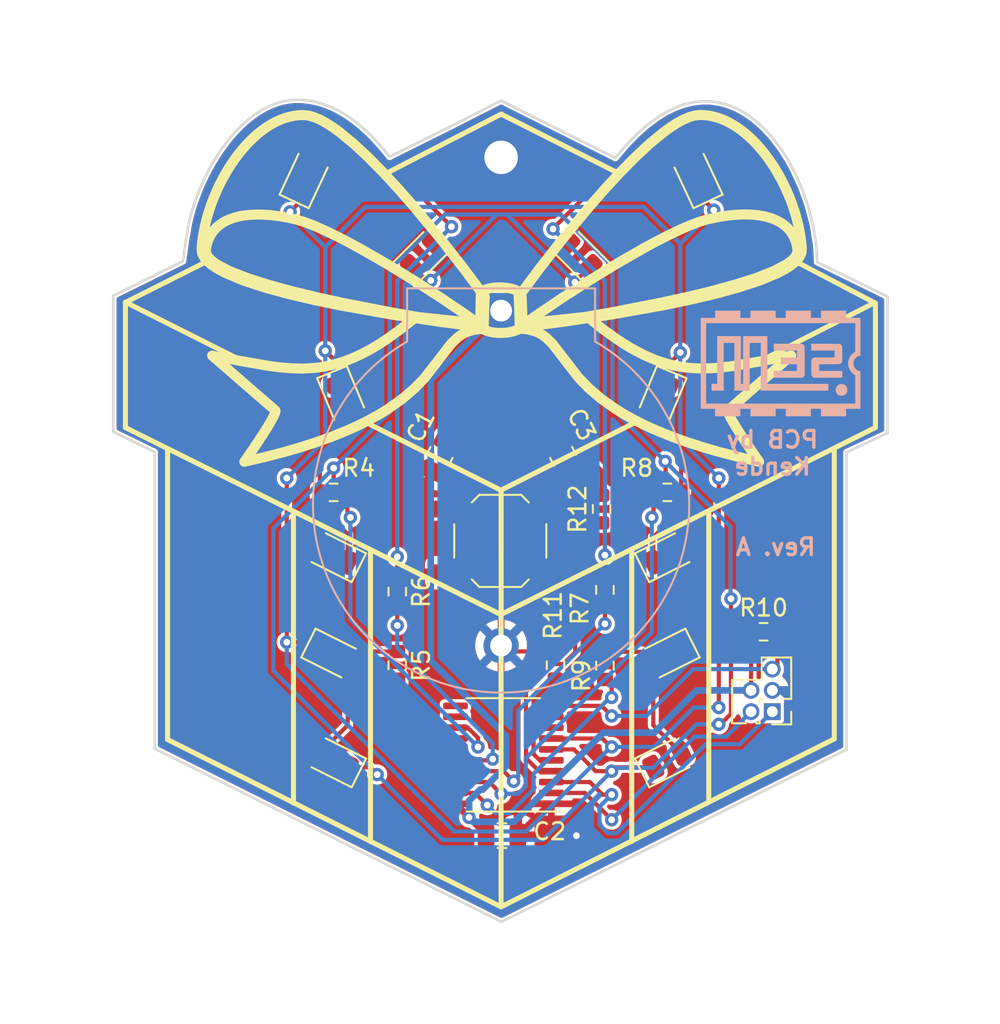
<source format=kicad_pcb>
(kicad_pcb (version 20240108) (generator "pcbnew") (generator_version "8.0")
  (layers (0 "F.Cu" signal) (31 "B.Cu" signal) (34 "B.Paste" user) (35 "F.Paste" user) (36 "B.SilkS" user "B.Silkscreen") (37 "F.SilkS" user "F.Silkscreen") (38 "B.Mask" user) (39 "F.Mask" user) (44 "Edge.Cuts" user))
  (net 0 "")
  (net 1 "VCC")
  (net 2 "GND")
  (net 3 "Net-(D2-A)")
  (net 4 "/MPX2")
  (net 5 "/MPX1")
  (net 6 "Net-(D4-A)")
  (net 7 "Net-(D6-A)")
  (net 8 "Net-(D8-A)")
  (net 9 "Net-(D10-A)")
  (net 10 "Net-(D12-A)")
  (net 11 "/SWC")
  (net 12 "/SWD")
  (net 13 "/nRST")
  (net 14 "/B")
  (net 15 "/R")
  (net 16 "/G")
  (net 17 "/L1")
  (net 18 "/L2")
  (net 19 "/L3")
  (net 20 "/L4")
  (net 21 "/L5")
  (net 22 "/L6")
  (net 23 "Net-(U1-PB6{slash}PF4-BOOT0)")
  (net 24 "Net-(SW1A-A)")
  (footprint "Capacitor_SMD:C_0805_2012Metric" (layer "F.Cu") (at 171.325133 65.849699 63.434)
    (property "Reference" "C1")
    (property "Value" "100nF")
  )
  (footprint "LED_SMD:LED_0805_2012Metric" (layer "F.Cu") (at 163.353795 49.099664 65)
    (property "Reference" "D6" (hide yes))
    (property "Value" "LED")
  )
  (footprint "kikit:Tab" (layer "F.Cu") (at 198.45 60.625 180)
    (property "Reference" "T1" (hide yes))
    (property "Value" "Tab")
  )
  (footprint "kikit:Tab" (layer "F.Cu") (at 172.025 93.4 90)
    (property "Reference" "T1" (hide yes))
    (property "Value" "Tab")
  )
  (footprint "LED_SMD:LED_0805_2012Metric" (layer "F.Cu") (at 165 77.75 -26.564)
    (property "Reference" "D4" (hide yes))
    (property "Value" "LED")
  )
  (footprint "Resistor_SMD:R_0603_1608Metric" (layer "F.Cu") (at 168.8 78.33043 -90)
    (property "Reference" "R5")
    (property "Value" "1k")
  )
  (footprint "LED_SMD:LED_0805_2012Metric" (layer "F.Cu") (at 179.662913 53.837087 135)
    (property "Reference" "D9" (hide yes))
    (property "Value" "LED")
  )
  (footprint "Capacitor_SMD:C_0805_2012Metric" (layer "F.Cu") (at 175.05 88.5)
    (property "Reference" "C2")
    (property "Value" "10uF")
  )
  (footprint "Button_Switch_SMD:SW_SPST_TL3342" (layer "F.Cu") (at 174.95 70.9)
    (property "Reference" "SW1" (hide yes))
    (property "Value" "SW_DPST_x2")
  )
  (footprint "LED_SMD:LED_0805_2012Metric" (layer "F.Cu") (at 184.925 71.75 26.564)
    (property "Reference" "D11" (hide yes))
    (property "Value" "LED")
  )
  (footprint "Resistor_SMD:R_0603_1608Metric" (layer "F.Cu") (at 178.25 78.325 -90)
    (property "Reference" "R11")
    (property "Value" "100k")
  )
  (footprint "LED_SMD:LED_0805_2012Metric" (layer "F.Cu") (at 165 84 153.436)
    (property "Reference" "D5" (hide yes))
    (property "Value" "LED")
  )
  (footprint "kikit:Tab" (layer "F.Cu") (at 172.025 44.95 -90)
    (property "Reference" "T1" (hide yes))
    (property "Value" "Tab")
  )
  (footprint "Resistor_SMD:R_0603_1608Metric" (layer "F.Cu") (at 181 69 90)
    (property "Reference" "R12")
    (property "Value" "100k")
  )
  (footprint "Resistor_SMD:R_0603_1608Metric" (layer "F.Cu") (at 168.800001 73.925 -90)
    (property "Reference" "R6")
    (property "Value" "1k")
  )
  (footprint "Resistor_SMD:R_0603_1608Metric" (layer "F.Cu") (at 190.675 76.325)
    (property "Reference" "R10")
    (property "Value" "100k")
  )
  (footprint "Resistor_SMD:R_0603_1608Metric" (layer "F.Cu") (at 184.925 68 180)
    (property "Reference" "R8")
    (property "Value" "1k")
  )
  (footprint "Resistor_SMD:R_0603_1608Metric" (layer "F.Cu") (at 181.2 78.35 -90)
    (property "Reference" "R9")
    (property "Value" "1k")
  )
  (footprint "LED_SMD:LED_0805_2012Metric" (layer "F.Cu") (at 165.544155 62.374702 -67.5)
    (property "Reference" "D2" (hide yes))
    (property "Value" "LED")
  )
  (footprint "LED_SMD:LED_0805_2012Metric" (layer "F.Cu") (at 184.925 84 26.566)
    (property "Reference" "D13" (hide yes))
    (property "Value" "LED")
  )
  (footprint "kikit:Tab" (layer "F.Cu") (at 151.425 60.625)
    (property "Reference" "T1" (hide yes))
    (property "Value" "Tab")
  )
  (footprint "Resistor_SMD:R_0603_1608Metric" (layer "F.Cu") (at 181.2 73.825801 -90)
    (property "Reference" "R7")
    (property "Value" "1k")
  )
  (footprint "karifa:TSSOP-20_4.4x6.5mm_P0.65mm" (layer "F.Cu") (at 175.1375 83.675)
    (property "Reference" "U1" (hide yes))
    (property "Value" "PY32F002AF15P6TU")
  )
  (footprint "LED_SMD:LED_0805_2012Metric" (layer "F.Cu") (at 165 71.75 153.434)
    (property "Reference" "D3" (hide yes))
    (property "Value" "LED")
  )
  (footprint "LED_SMD:LED_0805_2012Metric" (layer "F.Cu") (at 170.337087 53.837087 45)
    (property "Reference" "D7" (hide yes))
    (property "Value" "LED")
  )
  (footprint "Capacitor_SMD:C_0805_2012Metric" (layer "F.Cu") (at 178.7 65.85 -63.434)
    (property "Reference" "C3")
    (property "Value" "10uF")
  )
  (footprint "karifa:ProgConnector_5pin" (layer "F.Cu") (at 191.195 81.095 180)
    (property "Reference" "J1" (hide yes))
    (property "Value" "Conn_2Rows-05Pins")
  )
  (footprint "LED_SMD:LED_0805_2012Metric" (layer "F.Cu") (at 184.925 77.75 -153.434)
    (property "Reference" "D12" (hide yes))
    (property "Value" "LED")
  )
  (footprint "Resistor_SMD:R_0603_1608Metric" (layer "F.Cu") (at 165 68)
    (property "Reference" "R4")
    (property "Value" "1k")
  )
  (footprint "LED_SMD:LED_0805_2012Metric" (layer "F.Cu") (at 186.646205 49.099664 115)
    (property "Reference" "D8" (hide yes))
    (property "Value" "LED")
  )
  (footprint "LED_SMD:LED_0805_2012Metric" (layer "F.Cu") (at 184.544155 62.374702 -112.5)
    (property "Reference" "D10" (hide yes))
    (property "Value" "LED")
  )
  (footprint "karifa:CR2032_Holder" (layer "B.Cu") (at 175 57.15 -90)
    (property "Reference" "BT1" (hide yes))
    (property "Value" "Battery")
  )
  (gr_poly (pts (xy 192.98737 59.130241) (xy 193.034912 59.164348) (xy 193.039994 59.168024) (xy 193.045143 59.172053) (xy 193.050327 59.176399) (xy 193.055518 59.181029) (xy 193.060685 59.185908) (xy 193.065797 59.190999) (xy 193.070825 59.19627) (xy 193.075737 59.201684) (xy 193.080504 59.207207) (xy 193.085095 59.212804) (xy 193.089481 59.218441) (xy 193.09363 59.224082) (xy 193.097513 59.229693) (xy 193.101099 59.235239) (xy 193.104358 59.240685) (xy 193.107259 59.245996) (xy 193.114764 59.264251) (xy 193.120404 59.289905) (xy 193.124446 59.332783) (xy 193.127155 59.402705) (xy 193.129642 59.662977) (xy 193.129997 60.1493) (xy 193.129997 61.001961) (xy 193.103125 61.052604) (xy 193.099575 61.059061) (xy 193.095895 61.065261) (xy 193.092075 61.071212) (xy 193.088107 61.076925) (xy 193.083981 61.082407) (xy 193.079689 61.087668) (xy 193.075222 61.092717) (xy 193.070569 61.097563) (xy 193.065723 61.102215) (xy 193.060674 61.106683) (xy 193.055413 61.110975) (xy 193.049931 61.115101) (xy 193.044219 61.119069) (xy 193.038267 61.122888) (xy 193.032068 61.126569) (xy 193.025611 61.130119) (xy 192.976001 61.156991) (xy 191.279981 61.156991) (xy 191.279981 60.748747) (xy 192.66801 60.748747) (xy 192.66801 60.350838) (xy 191.696493 60.350838) (xy 191.696493 59.942594) (xy 192.66801 59.942594) (xy 192.66801 59.533318) (xy 191.279981 59.533318) (xy 191.279981 59.12404)) (fill solid) (layer "B.SilkS"))
  (gr_poly (pts (xy 194.376432 59.127141) (xy 195.231161 59.130241) (xy 195.278703 59.164348) (xy 195.283785 59.168024) (xy 195.288932 59.172053) (xy 195.294112 59.176399) (xy 195.299293 59.181029) (xy 195.304444 59.185908) (xy 195.309533 59.190999) (xy 195.314529 59.19627) (xy 195.319398 59.201684) (xy 195.324111 59.207207) (xy 195.328633 59.212804) (xy 195.332935 59.218441) (xy 195.336984 59.224082) (xy 195.340749 59.229693) (xy 195.344197 59.235239) (xy 195.347296 59.240685) (xy 195.350016 59.245996) (xy 195.357566 59.263235) (xy 195.363323 59.283333) (xy 195.36753 59.311181) (xy 195.370428 59.351675) (xy 195.372261 59.409706) (xy 195.373271 59.490168) (xy 195.373787 59.737956) (xy 195.373697 59.878766) (xy 195.373535 59.936554) (xy 195.373255 59.986778) (xy 195.372822 60.030074) (xy 195.372207 60.067078) (xy 195.371376 60.098426) (xy 195.370299 60.124754) (xy 195.368944 60.146697) (xy 195.368151 60.156224) (xy 195.367277 60.164892) (xy 195.366318 60.172783) (xy 195.365269 60.179974) (xy 195.364127 60.186547) (xy 195.362887 60.192579) (xy 195.361546 60.198152) (xy 195.360099 60.203344) (xy 195.358543 60.208234) (xy 195.356874 60.212903) (xy 195.353179 60.221893) (xy 195.348983 60.230949) (xy 195.346506 60.236053) (xy 195.343749 60.241262) (xy 195.340747 60.246535) (xy 195.337534 60.25183) (xy 195.334145 60.257107) (xy 195.330616 60.262324) (xy 195.32698 60.267442) (xy 195.323274 60.272419) (xy 195.319531 60.277215) (xy 195.315787 60.281788) (xy 195.312076 60.286097) (xy 195.308433 60.290103) (xy 195.304893 60.293763) (xy 195.301491 60.297037) (xy 195.298261 60.299884) (xy 195.295239 60.302263) (xy 195.270192 60.317703) (xy 195.25647 60.324016) (xy 195.240785 60.329474) (xy 195.222267 60.334138) (xy 195.200042 60.338071) (xy 195.140985 60.343991) (xy 195.05664 60.347732) (xy 194.940028 60.349789) (xy 194.582104 60.350838) (xy 193.997128 60.350838) (xy 193.997128 60.748747) (xy 195.373787 60.748747) (xy 195.373787 61.156991) (xy 193.677767 61.156991) (xy 193.624024 61.121851) (xy 193.616692 61.117208) (xy 193.609798 61.112565) (xy 193.603319 61.107898) (xy 193.597233 61.103183) (xy 193.591515 61.098394) (xy 193.586144 61.093509) (xy 193.581098 61.088503) (xy 193.576352 61.083352) (xy 193.571885 61.078031) (xy 193.567674 61.072516) (xy 193.563696 61.066783) (xy 193.559929 61.060808) (xy 193.556349 61.054566) (xy 193.552934 61.048034) (xy 193.549662 61.041187) (xy 193.546509 61.034001) (xy 193.539256 61.015127) (xy 193.533638 60.993467) (xy 193.52945 60.964492) (xy 193.526485 60.923672) (xy 193.524537 60.866476) (xy 193.5234 60.788376) (xy 193.522738 60.551343) (xy 193.522791 60.411998) (xy 193.522915 60.35513) (xy 193.523158 60.305912) (xy 193.523558 60.263683) (xy 193.524155 60.22778) (xy 193.524988 60.197539) (xy 193.525506 60.184334) (xy 193.526097 60.172296) (xy 193.526767 60.161343) (xy 193.527521 60.15139) (xy 193.528363 60.142356) (xy 193.529299 60.134157) (xy 193.530333 60.12671) (xy 193.53147 60.119933) (xy 193.532716 60.113743) (xy 193.534075 60.108056) (xy 193.535551 60.102791) (xy 193.537151 60.097863) (xy 193.538879 60.09319) (xy 193.54074 60.08869) (xy 193.542738 60.084279) (xy 193.54488 60.079874) (xy 193.54961 60.070753) (xy 193.552855 60.064394) (xy 193.556384 60.058112) (xy 193.560192 60.051908) (xy 193.564273 60.045786) (xy 193.56862 60.039749) (xy 193.573227 60.0338) (xy 193.578089 60.027941) (xy 193.583199 60.022177) (xy 193.588552 60.016509) (xy 193.59414 60.010941) (xy 193.599959 60.005476) (xy 193.606001 60.000117) (xy 193.612262 59.994867) (xy 193.618735 59.98973) (xy 193.625413 59.984707) (xy 193.632292 59.979802) (xy 193.687069 59.942594) (xy 194.910767 59.942594) (xy 194.910767 59.533318) (xy 193.522738 59.533318) (xy 193.522738 59.12404)) (fill solid) (layer "B.SilkS"))
  (gr_poly (pts (xy 195.335894 61.526568) (xy 195.348114 61.527297) (xy 195.360352 61.528415) (xy 195.372492 61.529909) (xy 195.384421 61.531764) (xy 195.396023 61.533967) (xy 195.407183 61.536506) (xy 195.417786 61.539365) (xy 195.427717 61.542531) (xy 195.43686 61.545991) (xy 195.445101 61.549731) (xy 195.448417 61.55145) (xy 195.451761 61.553113) (xy 195.455114 61.554712) (xy 195.458456 61.55624) (xy 195.461768 61.557689) (xy 195.465031 61.559052) (xy 195.468223 61.560321) (xy 195.471327 61.561488) (xy 195.474321 61.562547) (xy 195.477187 61.563489) (xy 195.479904 61.564306) (xy 195.482453 61.564992) (xy 195.484815 61.565539) (xy 195.486969 61.565939) (xy 195.488896 61.566185) (xy 195.490576 61.566268) (xy 195.491881 61.566399) (xy 195.493455 61.566785) (xy 195.495277 61.567413) (xy 195.497326 61.568271) (xy 195.499582 61.569347) (xy 195.502022 61.570628) (xy 195.504625 61.572104) (xy 195.507371 61.573761) (xy 195.510238 61.575588) (xy 195.513205 61.577572) (xy 195.516251 61.579702) (xy 195.519354 61.581965) (xy 195.522493 61.584349) (xy 195.525648 61.586842) (xy 195.528796 61.589432) (xy 195.531917 61.592107) (xy 195.552312 61.610938) (xy 195.570907 61.629152) (xy 195.587766 61.646881) (xy 195.602956 61.66426) (xy 195.616541 61.68142) (xy 195.628587 61.698495) (xy 195.639157 61.715619) (xy 195.648318 61.732925) (xy 195.656135 61.750545) (xy 195.662673 61.768614) (xy 195.667996 61.787264) (xy 195.67217 61.806628) (xy 195.67526 61.82684) (xy 195.677332 61.848034) (xy 195.678449 61.870342) (xy 195.678678 61.893897) (xy 195.677966 61.915461) (xy 195.676047 61.936533) (xy 195.672954 61.957091) (xy 195.668721 61.977108) (xy 195.663382 61.99656) (xy 195.656971 62.015424) (xy 195.649521 62.033673) (xy 195.641068 62.051284) (xy 195.631644 62.068231) (xy 195.621283 62.084491) (xy 195.61002 62.100039) (xy 195.597888 62.11485) (xy 195.584921 62.128899) (xy 195.571153 62.142162) (xy 195.556617 62.154614) (xy 195.541349 62.166232) (xy 195.525381 62.176989) (xy 195.508747 62.186861) (xy 195.491481 62.195825) (xy 195.473618 62.203854) (xy 195.455191 62.210926) (xy 195.436234 62.217014) (xy 195.41678 62.222095) (xy 195.396865 62.226144) (xy 195.376521 62.229136) (xy 195.355782 62.231046) (xy 195.334682 62.231851) (xy 195.313256 62.231525) (xy 195.291537 62.230044) (xy 195.269558 62.227384) (xy 195.247355 62.223519) (xy 195.22496 62.218425) (xy 195.212921 62.215268) (xy 195.201564 62.211973) (xy 195.190819 62.208496) (xy 195.180615 62.204795) (xy 195.170884 62.200827) (xy 195.161555 62.196551) (xy 195.15256 62.191923) (xy 195.143828 62.186902) (xy 195.135289 62.181445) (xy 195.126875 62.175509) (xy 195.118515 62.169052) (xy 195.110141 62.162033) (xy 195.101681 62.154407) (xy 195.093067 62.146134) (xy 195.084229 62.13717) (xy 195.075098 62.127474) (xy 195.05933 62.109436) (xy 195.044974 62.09062) (xy 195.032039 62.071075) (xy 195.020531 62.050848) (xy 195.010458 62.029984) (xy 195.001828 62.008532) (xy 194.994649 61.986537) (xy 194.988927 61.964047) (xy 194.984671 61.94111) (xy 194.981888 61.917771) (xy 194.980586 61.894078) (xy 194.980772 61.870077) (xy 194.982454 61.845816) (xy 194.985639 61.821342) (xy 194.990335 61.796701) (xy 194.996549 61.77194) (xy 195.003508 61.750978) (xy 195.012301 61.730393) (xy 195.022822 61.710275) (xy 195.034968 61.690712) (xy 195.048633 61.67179) (xy 195.063715 61.653597) (xy 195.080107 61.636223) (xy 195.097706 61.619753) (xy 195.116407 61.604277) (xy 195.136106 61.589882) (xy 195.156698 61.576655) (xy 195.178079 61.564686) (xy 195.200145 61.55406) (xy 195.22279 61.544867) (xy 195.24591 61.537194) (xy 195.269401 61.531128) (xy 195.279095 61.529236) (xy 195.289498 61.527816) (xy 195.300495 61.526852) (xy 195.311969 61.526332) (xy 195.323808 61.526242)) (fill solid) (layer "B.SilkS"))
  (gr_poly (pts (xy 189.325578 61.519759) (xy 189.452702 61.519759) (xy 189.452702 58.669287) (xy 190.898609 58.669287) (xy 190.898609 61.519759) (xy 194.540763 61.519759) (xy 194.540763 61.928003) (xy 190.504834 61.928003) (xy 190.504834 59.077531) (xy 189.845443 59.077531) (xy 189.845443 61.928003) (xy 188.932838 61.928003) (xy 188.932838 59.077531) (xy 188.296184 59.077531) (xy 188.296184 61.928003) (xy 187.567546 61.928003) (xy 187.567546 61.519759) (xy 187.903443 61.519759) (xy 187.903443 58.669287) (xy 189.325578 58.669287)) (fill solid) (layer "B.SilkS"))
  (gr_poly (pts (xy 189.290438 57.582016) (xy 189.891952 57.582016) (xy 189.891952 57.15) (xy 191.395736 57.15) (xy 191.395736 57.582016) (xy 191.99725 57.582016) (xy 191.99725 57.15) (xy 193.5 57.15) (xy 193.5 57.582016) (xy 194.101514 57.582016) (xy 194.101514 57.15) (xy 195.604265 57.15) (xy 195.604265 57.582016) (xy 196.460026 57.582016) (xy 196.460026 59.834074) (xy 196.388712 59.854745) (xy 196.369983 59.860236) (xy 196.352826 59.865534) (xy 196.337067 59.870739) (xy 196.322534 59.875948) (xy 196.309056 59.88126) (xy 196.296458 59.886774) (xy 196.284569 59.892587) (xy 196.273216 59.898799) (xy 196.262226 59.905507) (xy 196.251427 59.91281) (xy 196.240646 59.920807) (xy 196.229711 59.929595) (xy 196.218449 59.939273) (xy 196.206687 59.94994) (xy 196.194253 59.961695) (xy 196.180974 59.974634) (xy 196.173115 59.982286) (xy 196.165436 59.990119) (xy 196.157949 59.998118) (xy 196.150662 60.00627) (xy 196.143588 60.014561) (xy 196.136736 60.022978) (xy 196.130117 60.031507) (xy 196.123742 60.040134) (xy 196.117621 60.048846) (xy 196.111765 60.057629) (xy 196.106185 60.06647) (xy 196.100891 60.075355) (xy 196.095894 60.08427) (xy 196.091204 60.093201) (xy 196.086832 60.102136) (xy 196.082788 60.11106) (xy 196.073059 60.133269) (xy 196.06899 60.143303) (xy 196.065412 60.152886) (xy 196.062294 60.162214) (xy 196.059607 60.171485) (xy 196.057319 60.180895) (xy 196.0554 60.190642) (xy 196.05382 60.200921) (xy 196.05255 60.21193) (xy 196.051558 60.223865) (xy 196.050814 60.236924) (xy 196.04995 60.267199) (xy 196.049716 60.30433) (xy 196.049875 60.343172) (xy 196.050145 60.359536) (xy 196.050604 60.37419) (xy 196.051299 60.387378) (xy 196.052277 60.399346) (xy 196.053585 60.410339) (xy 196.055271 60.420602) (xy 196.05738 60.43038) (xy 196.05996 60.43992) (xy 196.063058 60.449465) (xy 196.06672 60.459262) (xy 196.070994 60.469555) (xy 196.075927 60.480591) (xy 196.087956 60.505868) (xy 196.09197 60.5139) (xy 196.096236 60.522065) (xy 196.100714 60.530303) (xy 196.105364 60.538553) (xy 196.115025 60.554847) (xy 196.124904 60.570463) (xy 196.129827 60.577866) (xy 196.134687 60.584917) (xy 196.139443 60.591556) (xy 196.144057 60.597723) (xy 196.148489 60.603357) (xy 196.152701 60.608397) (xy 196.156652 60.612784) (xy 196.160303 60.616456) (xy 196.192372 60.647415) (xy 196.206387 60.660464) (xy 196.219392 60.672088) (xy 196.231639 60.682435) (xy 196.243383 60.691651) (xy 196.254875 60.699882) (xy 196.266369 60.707277) (xy 196.278117 60.713981) (xy 196.290372 60.720141) (xy 196.303387 60.725905) (xy 196.317415 60.731419) (xy 196.332709 60.73683) (xy 196.349521 60.742285) (xy 196.388712 60.753915) (xy 196.460026 60.775619) (xy 196.460026 63.015275) (xy 195.604265 63.015275) (xy 195.604265 63.458659) (xy 194.101514 63.458659) (xy 194.101514 63.015275) (xy 193.5 63.015275) (xy 193.5 63.458659) (xy 191.99725 63.458659) (xy 191.99725 63.015275) (xy 191.395736 63.015275) (xy 191.395736 63.458659) (xy 189.891952 63.458659) (xy 189.891952 63.015275) (xy 189.290438 63.015275) (xy 189.290438 63.458659) (xy 187.776319 63.458659) (xy 187.776319 63.015275) (xy 186.920557 63.015275) (xy 186.920557 62.700049) (xy 187.244052 62.700049) (xy 196.1479 62.700049) (xy 196.1479 61.846354) (xy 196.147287 61.481599) (xy 196.145316 61.214222) (xy 196.143762 61.118776) (xy 196.141796 61.049746) (xy 196.139394 61.007821) (xy 196.138022 60.99724) (xy 196.137292 60.994581) (xy 196.136531 60.993693) (xy 196.135231 60.993479) (xy 196.133294 60.992851) (xy 196.127682 60.990447) (xy 196.120036 60.986662) (xy 196.110693 60.981678) (xy 196.099995 60.975677) (xy 196.088279 60.96884) (xy 196.075884 60.961349) (xy 196.063151 60.953386) (xy 196.031402 60.931489) (xy 196.000911 60.907708) (xy 195.971725 60.882124) (xy 195.943892 60.854813) (xy 195.917457 60.825855) (xy 195.892468 60.795328) (xy 195.868971 60.763312) (xy 195.847015 60.729885) (xy 195.826645 60.695126) (xy 195.807908 60.659113) (xy 195.790852 60.621925) (xy 195.775524 60.583641) (xy 195.761969 60.544339) (xy 195.750237 60.504099) (xy 195.740372 60.463) (xy 195.732422 60.421118) (xy 195.726844 60.380885) (xy 195.723645 60.340124) (xy 195.722784 60.298987) (xy 195.724219 60.257627) (xy 195.727906 60.216194) (xy 195.733803 60.17484) (xy 195.741868 60.133716) (xy 195.752059 60.092973) (xy 195.764333 60.052763) (xy 195.778648 60.013238) (xy 195.794962 59.974548) (xy 195.813231 59.936846) (xy 195.833414 59.900282) (xy 195.855469 59.865007) (xy 195.879352 59.831174) (xy 195.905021 59.798934) (xy 195.912234 59.790461) (xy 195.919852 59.781778) (xy 195.927769 59.772989) (xy 195.935882 59.764198) (xy 195.952275 59.74703) (xy 195.960346 59.738861) (xy 195.968196 59.731109) (xy 195.975718 59.723878) (xy 195.982808 59.717271) (xy 195.989363 59.711395) (xy 195.995277 59.706353) (xy 196.000447 59.702249) (xy 196.004767 59.699189) (xy 196.006576 59.698082) (xy 196.008133 59.697276) (xy 196.009426 59.696782) (xy 196.010441 59.696615) (xy 196.011466 59.696401) (xy 196.012971 59.695773) (xy 196.014926 59.694755) (xy 196.017305 59.693369) (xy 196.023213 59.689584) (xy 196.030466 59.6846) (xy 196.038833 59.678599) (xy 196.048084 59.671762) (xy 196.05799 59.664271) (xy 196.068319 59.656307) (xy 196.07357 59.652096) (xy 196.078834 59.648003) (xy 196.084077 59.644049) (xy 196.089264 59.640255) (xy 196.09436 59.636643) (xy 196.099331 59.633235) (xy 196.104141 59.63005) (xy 196.108756 59.62711) (xy 196.11314 59.624437) (xy 196.11726 59.622051) (xy 196.12108 59.619975) (xy 196.124566 59.618228) (xy 196.127681 59.616833) (xy 196.130393 59.61581) (xy 196.132666 59.615181) (xy 196.133627 59.61502) (xy 196.134465 59.614966) (xy 196.136319 59.612781) (xy 196.138009 59.605913) (xy 196.140924 59.576257) (xy 196.145058 59.440171) (xy 196.147254 59.176766) (xy 196.1479 58.756104) (xy 196.1479 57.897242) (xy 187.244052 57.897242) (xy 187.244052 62.700049) (xy 186.920557 62.700049) (xy 186.920557 57.582016) (xy 187.776319 57.582016) (xy 187.776319 57.15) (xy 189.290438 57.15)) (fill solid) (layer "B.SilkS"))
  (gr_line (start 162.6 86.55) (end 162.6 69.15) (stroke (width 0.3)) (layer "F.SilkS"))
  (gr_line (start 152.566797 56.643745) (end 160.056189 60.406011) (stroke (width 0.3) (color 5 17 254 1)) (layer "F.SilkS"))
  (gr_line (start 197.301452 56.678876) (end 189.952376 60.423566) (stroke (width 0.3) (color 5 17 254 1)) (layer "F.SilkS"))
  (gr_line (start 155.083725 82.760213) (end 174.997809 92.750055) (stroke (width 0.3) (color 5 17 254 1)) (layer "F.SilkS"))
  (gr_line (start 197.353036 64.130078) (end 175.002461 75.289098) (stroke (width 0.3) (color 5 17 254 1)) (layer "F.SilkS"))
  (gr_poly (pts (xy 175.058921 55.763854) (xy 175.252757 55.779213) (xy 175.440667 55.805885) (xy 175.618553 55.843542) (xy 175.782319 55.891853) (xy 175.927866 55.950491) (xy 175.992527 55.98358) (xy 176.051097 56.019127) (xy 176.103064 56.057091) (xy 176.147916 56.097431) (xy 176.18514 56.140105) (xy 176.214224 56.185074) (xy 176.220733 56.217177) (xy 176.227003 56.285392) (xy 176.238726 56.509084) (xy 176.258201 57.157993) (xy 176.275696 58.081749) (xy 176.236117 58.125716) (xy 176.189679 58.167365) (xy 176.136813 58.206651) (xy 176.07795 58.24353) (xy 176.013521 58.277956) (xy 175.943959 58.309885) (xy 175.791158 58.36607) (xy 175.623 58.411727) (xy 175.442934 58.446495) (xy 175.254414 58.470016) (xy 175.06089 58.481929) (xy 174.865814 58.481876) (xy 174.672637 58.469496) (xy 174.484811 58.444431) (xy 174.305788 58.406321) (xy 174.220656 58.382262) (xy 174.139019 58.354807) (xy 174.061309 58.32391) (xy 173.987956 58.289528) (xy 173.919392 58.251615) (xy 173.85605 58.210126) (xy 173.798359 58.165017) (xy 173.746752 58.116242) (xy 173.746815 58.116265) (xy 173.786566 56.087731) (xy 173.829824 56.042473) (xy 173.880308 56.000742) (xy 173.937505 55.962498) (xy 174.000903 55.927698) (xy 174.069989 55.896303) (xy 174.144253 55.86827) (xy 174.30626 55.822129) (xy 174.482828 55.788946) (xy 174.669859 55.768392) (xy 174.863256 55.760137)) (stroke (width 0.6)) (fill none) (layer "F.SilkS"))
  (gr_line (start 174.991354 67.873511) (end 183.305013 63.677075) (stroke (width 0.3) (color 5 17 254 1)) (layer "F.SilkS"))
  (gr_line (start 166.721225 63.720998) (end 174.991354 67.873511) (stroke (width 0.3) (color 5 17 254 1)) (layer "F.SilkS"))
  (gr_line (start 175 45.416595) (end 182.145528 49.014016) (stroke (width 0.3) (color 5 17 254 1)) (layer "F.SilkS"))
  (gr_line (start 167.2 71.45) (end 167.2 88.85) (stroke (width 0.3)) (layer "F.SilkS"))
  (gr_line (start 174.997815 92.750058) (end 194.896344 82.722928) (stroke (width 0.3) (color 5 17 254 1)) (layer "F.SilkS"))
  (gr_line (start 175.002461 75.289098) (end 175 67.869115) (stroke (width 0.3) (color 5 17 254 1)) (layer "F.SilkS"))
  (gr_line (start 152.566797 56.643745) (end 152.566797 64.133191) (stroke (width 0.3) (color 5 17 254 1)) (layer "F.SilkS"))
  (gr_poly (pts (xy 180.176603 57.539414) (xy 181.073762 58.254837) (xy 181.915263 58.859088) (xy 182.317638 59.121859) (xy 182.709095 59.359639) (xy 183.090631 59.573363) (xy 183.463245 59.763964) (xy 183.827936 59.932378) (xy 184.185703 60.079539) (xy 184.537544 60.20638) (xy 184.884457 60.313836) (xy 185.227442 60.402842) (xy 185.567496 60.474331) (xy 185.905618 60.529237) (xy 186.242808 60.568496) (xy 186.918381 60.603806) (xy 187.602204 60.587736) (xy 188.302266 60.527759) (xy 189.026554 60.431349) (xy 190.579766 60.159127) (xy 192.325749 59.830864) (xy 192.325794 59.830887) (xy 188.56835 63.09227) (xy 188.549385 63.108833) (xy 188.543326 63.140977) (xy 188.549375 63.187658) (xy 188.566734 63.24783) (xy 188.632196 63.404475) (xy 188.733331 63.602557) (xy 188.863758 63.83372) (xy 189.017099 64.08961) (xy 189.366998 64.642149) (xy 189.731988 65.193334) (xy 190.061029 65.676325) (xy 190.407101 66.170365) (xy 189.192653 65.890095) (xy 188.07004 65.599688) (xy 187.035037 65.300363) (xy 186.083416 64.993342) (xy 185.210951 64.679845) (xy 184.413416 64.361093) (xy 183.686584 64.038306) (xy 183.026228 63.712706) (xy 182.428122 63.385513) (xy 181.888039 63.057948) (xy 180.965038 62.406583) (xy 180.223411 61.768379) (xy 179.629346 61.1531) (xy 178.052458 59.116559) (xy 177.689017 58.762397) (xy 177.488667 58.615275) (xy 177.270263 58.489755) (xy 177.029578 58.387056) (xy 176.762385 58.308399) (xy 176.464457 58.255006) (xy 176.131569 58.228096) (xy 176.102678 57.91771) (xy 176.623635 57.881698) (xy 177.241253 57.824364) (xy 178.566453 57.68193) (xy 179.678248 57.562811) (xy 180.029108 57.534622) (xy 180.131401 57.53233)) (stroke (width 0.6)) (fill none) (layer "F.SilkS"))
  (gr_poly (pts (xy 163.516749 45.506996) (xy 163.842076 45.600942) (xy 164.190334 45.750056) (xy 164.559245 45.950388) (xy 164.946532 46.197991) (xy 165.349915 46.488913) (xy 166.195861 47.184921) (xy 167.07886 48.006816) (xy 167.980686 48.923003) (xy 168.883117 49.901886) (xy 169.767927 50.911871) (xy 171.411791 52.898763) (xy 172.766486 54.630916) (xy 174.025192 56.319954) (xy 174.018464 56.405405) (xy 174.009163 56.61626) (xy 173.987119 57.245526) (xy 173.959217 58.15371) (xy 172.800336 57.326215) (xy 171.405375 56.384047) (xy 169.857357 55.387535) (xy 168.239304 54.397009) (xy 166.634239 53.472798) (xy 165.862521 53.054413) (xy 165.125184 52.675231) (xy 164.432605 52.342792) (xy 163.795162 52.064638) (xy 163.223233 51.848309) (xy 162.727196 51.701348) (xy 162.270438 51.600635) (xy 161.811992 51.519346) (xy 161.355703 51.459465) (xy 161.129569 51.438171) (xy 160.905416 51.422973) (xy 160.683725 51.414117) (xy 160.464976 51.411852) (xy 160.24965 51.416426) (xy 160.038228 51.428086) (xy 159.83119 51.447079) (xy 159.629018 51.473655) (xy 159.432191 51.50806) (xy 159.24119 51.550543) (xy 159.056495 51.601351) (xy 158.878589 51.660732) (xy 158.70795 51.728933) (xy 158.545061 51.806203) (xy 158.3904 51.892789) (xy 158.24445 51.98894) (xy 158.10769 52.094902) (xy 157.980602 52.210924) (xy 157.863665 52.337254) (xy 157.757361 52.474139) (xy 157.66217 52.621826) (xy 157.578573 52.780565) (xy 157.507051 52.950602) (xy 157.448083 53.132186) (xy 157.402151 53.325563) (xy 157.369736 53.530983) (xy 157.393341 53.742752) (xy 157.511005 53.954708) (xy 157.716511 54.1664) (xy 158.003641 54.377374) (xy 158.797901 54.795353) (xy 159.844048 55.205021) (xy 161.092341 55.602752) (xy 162.493041 55.984919) (xy 163.996407 56.347898) (xy 165.5527 56.688062) (xy 168.625107 57.285443) (xy 171.312345 57.748056) (xy 173.939636 58.152954) (xy 171.283769 57.811429) (xy 168.565468 57.40277) (xy 165.454952 56.851735) (xy 163.877932 56.526629) (xy 162.353241 56.17049) (xy 160.931007 55.78484) (xy 159.661358 55.3712) (xy 158.594421 54.93109) (xy 158.152635 54.701584) (xy 157.780324 54.466031) (xy 157.483756 54.22462) (xy 157.269196 53.977543) (xy 157.142909 53.724989) (xy 157.111162 53.467148) (xy 157.141731 53.122709) (xy 157.186836 52.774928) (xy 157.246059 52.424751) (xy 157.318979 52.073121) (xy 157.405176 51.720983) (xy 157.504231 51.369282) (xy 157.615722 51.018961) (xy 157.739231 50.670965) (xy 157.874337 50.32624) (xy 158.02062 49.985728) (xy 158.177661 49.650375) (xy 158.345039 49.321125) (xy 158.522334 48.998923) (xy 158.709126 48.684712) (xy 158.904996 48.379438) (xy 159.109523 48.084045) (xy 159.322288 47.799476) (xy 159.542869 47.526678) (xy 159.770848 47.266593) (xy 160.005805 47.020167) (xy 160.247318 46.788344) (xy 160.494969 46.572068) (xy 160.748338 46.372284) (xy 161.007004 46.189936) (xy 161.270547 46.025969) (xy 161.538547 45.881327) (xy 161.810585 45.756955) (xy 162.086241 45.653796) (xy 162.365094 45.572796) (xy 162.646724 45.514899) (xy 162.930712 45.481049) (xy 163.216637 45.472191) (xy 163.216631 45.472168)) (stroke (width 0.6)) (fill none) (layer "F.SilkS"))
  (gr_line (start 157.548033 54.153165) (end 152.584335 56.652555) (stroke (width 0.3) (color 5 17 254 1)) (layer "F.SilkS"))
  (gr_line (start 152.566797 64.133191) (end 174.997726 75.301691) (stroke (width 0.3) (color 5 17 254 1)) (layer "F.SilkS"))
  (gr_poly (pts (xy 186.855507 45.466355) (xy 187.141432 45.475213) (xy 187.42542 45.509063) (xy 187.70705 45.56696) (xy 187.985903 45.64796) (xy 188.261558 45.751118) (xy 188.533596 45.875491) (xy 188.801597 46.020133) (xy 189.06514 46.1841) (xy 189.323806 46.366447) (xy 189.577174 46.566231) (xy 189.824826 46.782507) (xy 190.066339 47.01433) (xy 190.301296 47.260757) (xy 190.529275 47.520841) (xy 190.749856 47.79364) (xy 190.962621 48.078208) (xy 191.167148 48.373602) (xy 191.363017 48.678876) (xy 191.54981 48.993086) (xy 191.727105 49.315289) (xy 191.894483 49.644539) (xy 192.051523 49.979892) (xy 192.197807 50.320403) (xy 192.332913 50.665129) (xy 192.456422 51.013124) (xy 192.567913 51.363445) (xy 192.666968 51.715147) (xy 192.753165 52.067284) (xy 192.826085 52.418914) (xy 192.885308 52.769092) (xy 192.930413 53.116872) (xy 192.960981 53.461312) (xy 192.929235 53.719153) (xy 192.802948 53.971707) (xy 192.588388 54.218784) (xy 192.291819 54.460194) (xy 191.919509 54.695747) (xy 191.477723 54.925253) (xy 190.410786 55.365363) (xy 189.141137 55.779004) (xy 187.718903 56.164654) (xy 186.194212 56.520792) (xy 184.617192 56.845899) (xy 181.506675 57.396934) (xy 178.788374 57.805592) (xy 176.132507 58.147118) (xy 178.759799 57.74222) (xy 181.447037 57.279606) (xy 184.519444 56.682225) (xy 186.075737 56.342061) (xy 187.579103 55.979083) (xy 188.979802 55.596915) (xy 190.228095 55.199184) (xy 191.274242 54.789517) (xy 192.068503 54.371537) (xy 192.355633 54.160564) (xy 192.561138 53.948872) (xy 192.678803 53.736915) (xy 192.702408 53.525147) (xy 192.669993 53.319727) (xy 192.624061 53.126349) (xy 192.565093 52.944766) (xy 192.493571 52.774728) (xy 192.409974 52.61599) (xy 192.314783 52.468302) (xy 192.208479 52.331417) (xy 192.091542 52.205088) (xy 191.964454 52.089066) (xy 191.827694 51.983103) (xy 191.681744 51.886953) (xy 191.527083 51.800367) (xy 191.364193 51.723097) (xy 191.193555 51.654895) (xy 191.015648 51.595514) (xy 190.830954 51.544707) (xy 190.639953 51.502224) (xy 190.443126 51.467819) (xy 190.240953 51.441243) (xy 190.033916 51.422249) (xy 189.822494 51.410589) (xy 189.607168 51.406016) (xy 189.388419 51.408281) (xy 189.166728 51.417136) (xy 188.942575 51.432335) (xy 188.716441 51.453628) (xy 188.260152 51.51351) (xy 187.801706 51.594798) (xy 187.344948 51.695511) (xy 186.848911 51.842473) (xy 186.276981 52.058801) (xy 185.639539 52.336956) (xy 184.94696 52.669395) (xy 184.209622 53.048577) (xy 183.437905 53.466961) (xy 181.83284 54.391173) (xy 180.214787 55.381699) (xy 178.666768 56.37821) (xy 177.271808 57.320378) (xy 176.112927 58.147873) (xy 176.085024 57.23969) (xy 176.062981 56.610423) (xy 176.05368 56.399569) (xy 176.046951 56.314118) (xy 177.305658 54.62508) (xy 178.660352 52.892927) (xy 180.304217 50.906035) (xy 181.189027 49.89605) (xy 182.091458 48.917166) (xy 182.993284 48.000979) (xy 183.876283 47.179084) (xy 184.722229 46.483077) (xy 185.125612 46.192154) (xy 185.512899 45.944552) (xy 185.88181 45.744219) (xy 186.230068 45.595105) (xy 186.555395 45.50116) (xy 186.855513 45.466332)) (stroke (width 0.6)) (fill none) (layer "F.SilkS"))
  (gr_line (start 194.896344 82.722928) (end 194.896344 65.364141) (stroke (width 0.3) (color 5 17 254 1)) (layer "F.SilkS"))
  (gr_line (start 175 45.416516) (end 167.955469 49.050405) (stroke (width 0.3) (color 5 17 254 1)) (layer "F.SilkS"))
  (gr_line (start 197.353036 56.705892) (end 197.353036 64.130078) (stroke (width 0.3) (color 5 17 254 1)) (layer "F.SilkS"))
  (gr_line (start 192.495608 54.161931) (end 197.353036 56.705892) (stroke (width 0.3) (color 5 17 254 1)) (layer "F.SilkS"))
  (gr_poly (pts (xy 170.043025 57.540436) (xy 170.393885 57.568625) (xy 171.505679 57.687743) (xy 172.83088 57.830178) (xy 173.448497 57.887512) (xy 173.969454 57.923523) (xy 173.940563 58.23391) (xy 173.607675 58.260819) (xy 173.309748 58.314213) (xy 173.042554 58.392869) (xy 172.801869 58.495568) (xy 172.583465 58.621089) (xy 172.383116 58.76821) (xy 172.019675 59.122373) (xy 170.442787 61.158914) (xy 169.848722 61.774192) (xy 169.107095 62.412397) (xy 168.184093 63.063761) (xy 167.64401 63.391327) (xy 167.045904 63.71852) (xy 166.385548 64.04412) (xy 165.658716 64.366906) (xy 164.861181 64.685659) (xy 163.988716 64.999156) (xy 163.037096 65.306177) (xy 162.002092 65.605502) (xy 160.87948 65.895909) (xy 159.665032 66.176178) (xy 160.011103 65.682139) (xy 160.340144 65.199148) (xy 160.705134 64.647963) (xy 161.055034 64.095424) (xy 161.208374 63.839534) (xy 161.338802 63.608371) (xy 161.439936 63.410289) (xy 161.505398 63.253644) (xy 161.522758 63.193471) (xy 161.528807 63.146791) (xy 161.522747 63.114647) (xy 161.503782 63.098084) (xy 157.746338 59.836701) (xy 157.746384 59.836678) (xy 159.492366 60.164941) (xy 161.045578 60.437162) (xy 161.769867 60.533572) (xy 162.469928 60.59355) (xy 163.153752 60.60962) (xy 163.829325 60.57431) (xy 164.166514 60.535051) (xy 164.504637 60.480144) (xy 164.844691 60.408655) (xy 165.187675 60.31965) (xy 165.534588 60.212194) (xy 165.886429 60.085353) (xy 166.244196 59.938192) (xy 166.608887 59.769778) (xy 166.981502 59.579176) (xy 167.363038 59.365452) (xy 167.754494 59.127672) (xy 168.156869 58.864901) (xy 168.99837 58.260651) (xy 169.895529 57.545227) (xy 169.940731 57.538143)) (stroke (width 0.6)) (fill none) (layer "F.SilkS"))
  (gr_line (start 182.8 71.45) (end 182.8 88.85) (stroke (width 0.3)) (layer "F.SilkS"))
  (gr_line (start 187.4 86.45) (end 187.4 69.15) (stroke (width 0.3)) (layer "F.SilkS"))
  (gr_line (start 155.083725 65.45) (end 155.083725 82.760213) (stroke (width 0.3) (color 5 17 254 1)) (layer "F.SilkS"))
  (gr_line (start 174.997809 75.301525) (end 174.997809 92.750055) (stroke (width 0.3) (color 5 17 254 1)) (layer "F.SilkS"))
  (gr_poly (pts (xy 163.130946 44.5665) (xy 163.411884 44.59537) (xy 163.698942 44.640792) (xy 163.992085 44.704452) (xy 164.291275 44.788036) (xy 164.596476 44.893231) (xy 164.907651 45.021724) (xy 165.224764 45.1752) (xy 165.547778 45.355347) (xy 165.876656 45.56385) (xy 166.211362 45.802397) (xy 166.551859 46.072673) (xy 166.898111 46.376366) (xy 167.250081 46.715162) (xy 167.607732 47.090747) (xy 167.971027 47.504808) (xy 168.33993 47.959032) (xy 172.013232 46.132798) (xy 175 44.608843) (xy 181.821731 48.031931) (xy 182.439288 47.299432) (xy 183.049112 46.664943) (xy 183.650422 46.124643) (xy 184.242437 45.67471) (xy 184.824375 45.311321) (xy 185.395453 45.030655) (xy 185.95489 44.82889) (xy 186.501905 44.702204) (xy 187.035714 44.646776) (xy 187.555537 44.658783) (xy 188.060592 44.734403) (xy 188.550096 44.869815) (xy 189.023269 45.061196) (xy 189.479327 45.304726) (xy 189.91749 45.596582) (xy 190.336975 45.932941) (xy 190.737 46.309983) (xy 191.116785 46.723886) (xy 191.475546 47.170827) (xy 191.812502 47.646984) (xy 192.126872 48.148537) (xy 192.417873 48.671662) (xy 192.926642 49.767344) (xy 193.332555 50.903455) (xy 193.629357 52.04942) (xy 193.810793 53.174664) (xy 193.856295 53.719962) (xy 193.870609 54.248613) (xy 198.075781 56.313608) (xy 198.075781 64.465052) (xy 195.629417 65.605295) (xy 195.629417 83.360025) (xy 175.024473 93.647005) (xy 154.311785 83.302667) (xy 154.311785 65.592134) (xy 151.837518 64.382906) (xy 151.837518 56.259363) (xy 156 54.200765) (xy 156.129421 53.279738) (xy 156.179751 52.914253) (xy 156.244114 52.598989) (xy 156.295599 52.246098) (xy 156.366708 51.878148) (xy 156.456966 51.497455) (xy 156.565898 51.10634) (xy 156.693027 50.707121) (xy 156.999974 49.893643) (xy 157.178842 49.484021) (xy 157.374003 49.075569) (xy 157.584984 48.670605) (xy 157.811308 48.271447) (xy 158.052499 47.880414) (xy 158.308081 47.499825) (xy 158.57758 47.131998) (xy 158.860519 46.779252) (xy 159.156422 46.443904) (xy 159.464813 46.128274) (xy 159.785218 45.83468) (xy 160.11716 45.56544) (xy 160.460163 45.322873) (xy 160.813752 45.109297) (xy 161.177452 44.927032) (xy 161.550785 44.778395) (xy 161.933277 44.665704) (xy 162.324451 44.591279) (xy 162.723833 44.557438)) (stroke (width 0.15) (color 5 17 254 1)) (fill none) (layer "Edge.Cuts"))
  (gr_text "PCB by\nKende" (at 191.2 67.05 0) (layer "B.SilkS") (effects (font (size 1 1) (thickness 0.2) (bold yes)) (justify bottom mirror)))
  (gr_text "Rev. A" (at 191.4 71.85 0) (layer "B.SilkS") (effects (font (size 1 1) (thickness 0.2) (bold yes)) (justify bottom mirror)))
  (segment (start 174.1 88.425) (end 174.1 88.5) (width 0.4) (layer "F.Cu") (net 1))
  (segment (start 189.925 79.825) (end 189.925 76.4) (width 0.25) (layer "F.Cu") (net 1))
  (segment (start 179.290043 65) (end 178.5 65) (width 0.25) (layer "F.Cu") (net 1))
  (segment (start 173.0875 87.4125) (end 174.1 88.425) (width 0.4) (layer "F.Cu") (net 1))
  (segment (start 175.35 61.85) (end 178.5 65) (width 0.4) (layer "F.Cu") (net 1))
  (segment (start 171.75 65) (end 174.9 61.85) (width 0.4) (layer "F.Cu") (net 1))
  (segment (start 174.9 61.85) (end 175.1 61.85) (width 0.4) (layer "F.Cu") (net 1))
  (segment (start 181 68.175) (end 181 66.709957) (width 0.25) (layer "F.Cu") (net 1))
  (segment (start 175 57.15) (end 175 61.75) (width 0.4) (layer "F.Cu") (net 1))
  (segment (start 175.1 61.85) (end 175.35 61.85) (width 0.4) (layer "F.Cu") (net 1))
  (segment (start 175 61.75) (end 175.1 61.85) (width 0.4) (layer "F.Cu") (net 1))
  (segment (start 172.275 86.6) (end 173.0875 87.4125) (width 0.4) (layer "F.Cu") (net 1))
  (segment (start 181 66.709957) (end 179.290043 65) (width 0.25) (layer "F.Cu") (net 1))
  (via (at 173.0875 87.4125) (size 0.8) (drill 0.4) (layers "F.Cu" "B.Cu") (net 1))
  (segment (start 184.15 82.35) (end 186.675 79.825) (width 0.4) (layer "B.Cu") (net 1))
  (segment (start 175.775 87.675) (end 181.1 82.35) (width 0.4) (layer "B.Cu") (net 1))
  (segment (start 181.1 82.35) (end 184.15 82.35) (width 0.4) (layer "B.Cu") (net 1))
  (segment (start 175.3 82.55) (end 170.8 78.05) (width 0.4) (layer "B.Cu") (net 1))
  (segment (start 173.35 87.675) (end 175.775 87.675) (width 0.4) (layer "B.Cu") (net 1))
  (segment (start 175.3 84.35) (end 175.3 82.55) (width 0.4) (layer "B.Cu") (net 1))
  (segment (start 173.0875 87.4125) (end 173.0875 86.4125) (width 0.4) (layer "B.Cu") (net 1))
  (segment (start 173.75 85.75) (end 173.9 85.75) (width 0.4) (layer "B.Cu") (net 1))
  (segment (start 173.0875 87.4125) (end 173.35 87.675) (width 0.4) (layer "B.Cu") (net 1))
  (segment (start 173.9 85.75) (end 175.3 84.35) (width 0.4) (layer "B.Cu") (net 1))
  (segment (start 170.8 78.05) (end 170.8 61.268809) (width 0.4) (layer "B.Cu") (net 1))
  (segment (start 173.0875 86.4125) (end 173.75 85.75) (width 0.4) (layer "B.Cu") (net 1))
  (segment (start 170.8 61.268809) (end 174.955845 57.112964) (width 0.4) (layer "B.Cu") (net 1))
  (segment (start 186.675 79.825) (end 189.925 79.825) (width 0.4) (layer "B.Cu") (net 1))
  (segment (start 177.9 86.6) (end 178 86.6) (width 0.25) (layer "F.Cu") (net 2))
  (segment (start 178.1 72.8) (end 175.05 72.8) (width 0.4) (layer "F.Cu") (net 2))
  (segment (start 171.9 72.75) (end 171.95 72.8) (width 0.25) (layer "F.Cu") (net 2))
  (segment (start 175 69.9) (end 175 72.85) (width 0.4) (layer "F.Cu") (net 2))
  (segment (start 176.081371 86.05) (end 176.55 85.581371) (width 0.4) (layer "F.Cu") (net 2))
  (segment (start 176 88.5) (end 177.9 86.6) (width 0.4) (layer "F.Cu") (net 2))
  (segment (start 171.799398 66.699398) (end 170.900266 66.699398) (width 0.4) (layer "F.Cu") (net 2))
  (segment (start 176 88.5) (end 176 86.05) (width 0.4) (layer "F.Cu") (net 2))
  (segment (start 171.8 72.8) (end 174.95 72.8) (width 0.4) (layer "F.Cu") (net 2))
  (segment (start 178.200301 66.699699) (end 179.124867 66.699699) (width 0.4) (layer "F.Cu") (net 2))
  (segment (start 176.55 84.71169) (end 175 83.16169) (width 0.4) (layer "F.Cu") (net 2))
  (segment (start 176 86.05) (end 176.081371 86.05) (width 0.4) (layer "F.Cu") (net 2))
  (segment (start 178.25 77.5) (end 175.35 77.5) (width 0.25) (layer "F.Cu") (net 2))
  (segment (start 179.5 88.5) (end 176 88.5) (width 0.4) (layer "F.Cu") (net 2))
  (segment (start 175.05 72.8) (end 175 72.85) (width 0.4) (layer "F.Cu") (net 2))
  (segment (start 175 72.85) (end 175 77.15) (width 0.4) (layer "F.Cu") (net 2))
  (segment (start 175 83.16169) (end 175 77.15) (width 0.4) (layer "F.Cu") (net 2))
  (segment (start 175.35 77.5) (end 175 77.15) (width 0.25) (layer "F.Cu") (net 2))
  (segment (start 175 69.9) (end 178.200301 66.699699) (width 0.4) (layer "F.Cu") (net 2))
  (segment (start 174.95 72.8) (end 175 72.85) (width 0.4) (layer "F.Cu") (net 2))
  (segment (start 175 69.9) (end 171.799398 66.699398) (width 0.4) (layer "F.Cu") (net 2))
  (segment (start 176.55 85.581371) (end 176.55 84.71169) (width 0.4) (layer "F.Cu") (net 2))
  (via (at 179.5 88.5) (size 0.8) (drill 0.4) (layers "F.Cu" "B.Cu") (net 2))
  (via (at 175 48) (size 3) (drill 2) (layers "F.Cu" "B.Cu") (net 2))
  (segment (start 187.4 83.65) (end 182.175 88.875) (width 0.4) (layer "B.Cu") (net 2))
  (segment (start 190.44 83.65) (end 187.4 83.65) (width 0.4) (layer "B.Cu") (net 2))
  (segment (start 191.195 79.825) (end 191.725 79.825) (width 0.4) (layer "B.Cu") (net 2))
  (segment (start 191.725 79.825) (end 192.095 80.195) (width 0.4) (layer "B.Cu") (net 2))
  (segment (start 179.875 88.875) (end 179.5 88.5) (width 0.4) (layer "B.Cu") (net 2))
  (segment (start 192.095 80.195) (end 192.095 81.995) (width 0.4) (layer "B.Cu") (net 2))
  (segment (start 182.175 88.875) (end 179.875 88.875) (width 0.4) (layer "B.Cu") (net 2))
  (segment (start 192.095 81.995) (end 190.44 83.65) (width 0.4) (layer "B.Cu") (net 2))
  (segment (start 164.161481 71.330723) (end 164.161481 68.013519) (width 0.25) (layer "F.Cu") (net 3))
  (segment (start 165.90292 64.621775) (end 165.90292 63.240839) (width 0.25) (layer "F.Cu") (net 3))
  (segment (start 164.175 66.349695) (end 165.90292 64.621775) (width 0.25) (layer "F.Cu") (net 3))
  (segment (start 164.161481 68.013519) (end 164.175 68) (width 0.25) (layer "F.Cu") (net 3))
  (segment (start 164.175 68) (end 164.175 66.349695) (width 0.25) (layer "F.Cu") (net 3))
  (segment (start 184.90292 61.508565) (end 184.90292 60.44708) (width 0.25) (layer "F.Cu") (net 4))
  (segment (start 165.18539 60.23539) (end 164.5 59.55) (width 0.25) (layer "F.Cu") (net 4))
  (segment (start 181.55 83.2) (end 181.05 82.7) (width 0.25) (layer "F.Cu") (net 4))
  (segment (start 162.2 76.95) (end 163.780714 76.95) (width 0.25) (layer "F.Cu") (net 4))
  (segment (start 187.04241 50.49241) (end 187.7 51.15) (width 0.25) (layer "F.Cu") (net 4))
  (segment (start 188 67.15) (end 188 77.330722) (width 0.25) (layer "F.Cu") (net 4))
  (segment (start 187.04241 49.949328) (end 187.04241 50.49241) (width 0.25) (layer "F.Cu") (net 4))
  (segment (start 162.2 76.95) (end 162.2 67.15) (width 0.25) (layer "F.Cu") (net 4))
  (segment (start 162.95759 50.69241) (end 162.4 51.25) (width 0.25) (layer "F.Cu") (net 4))
  (segment (start 181.05 82.7) (end 178 82.7) (width 0.25) (layer "F.Cu") (net 4))
  (segment (start 162.95759 49.949328) (end 162.95759 50.69241) (width 0.25) (layer "F.Cu") (net 4))
  (segment (start 184.90292 60.44708) (end 185.7 59.65) (width 0.25) (layer "F.Cu") (net 4))
  (segment (start 165.18539 61.508565) (end 165.18539 60.23539) (width 0.25) (layer "F.Cu") (net 4))
  (segment (start 188 80.85) (end 188 77.330722) (width 0.25) (layer "F.Cu") (net 4))
  (segment (start 163.780714 76.95) (end 164.161466 77.330752) (width 0.25) (layer "F.Cu") (net 4))
  (segment (start 188 77.330722) (end 185.763519 77.330722) (width 0.25) (layer "F.Cu") (net 4))
  (via (at 181.6 83.2) (size 0.8) (drill 0.4) (layers "F.Cu" "B.Cu") (net 4))
  (via (at 162.2 67.15) (size 0.8) (drill 0.4) (layers "F.Cu" "B.Cu") (net 4))
  (via (at 188 67.15) (size 0.8) (drill 0.4) (layers "F.Cu" "B.Cu") (net 4))
  (via (at 188 80.85) (size 0.8) (drill 0.4) (layers "F.Cu" "B.Cu") (net 4))
  (via (at 164.5 59.55) (size 0.8) (drill 0.4) (layers "F.Cu" "B.Cu") (net 4))
  (via (at 162.4 51.25) (size 0.8) (drill 0.4) (layers "F.Cu" "B.Cu") (net 4))
  (via (at 185.7 59.65) (size 0.8) (drill 0.4) (layers "F.Cu" "B.Cu") (net 4))
  (via (at 187.7 51.15) (size 0.8) (drill 0.4) (layers "F.Cu" "B.Cu") (net 4))
  (via (at 162.2 76.95) (size 0.8) (drill 0.4) (layers "F.Cu" "B.Cu") (net 4))
  (segment (start 186.5 80.85) (end 184.15 83.2) (width 0.25) (layer "B.Cu") (net 4))
  (segment (start 185.7 64.85) (end 185.7 59.65) (width 0.25) (layer "B.Cu") (net 4))
  (segment (start 185.7 53.15) (end 183.510038 50.960038) (width 0.25) (layer "B.Cu") (net 4))
  (segment (start 188 80.85) (end 186.5 80.85) (width 0.25) (layer "B.Cu") (net 4))
  (segment (start 188 67.15) (end 185.7 64.85) (width 0.25) (layer "B.Cu") (net 4))
  (segment (start 184.15 83.2) (end 181.55 83.2) (width 0.25) (layer "B.Cu") (net 4))
  (segment (start 164.5 59.55) (end 164.5 53.35) (width 0.25) (layer "B.Cu") (net 4))
  (segment (start 183.510038 50.960038) (end 166.889962 50.960038) (width 0.25) (layer "B.Cu") (net 4))
  (segment (start 162.2 78.25) (end 162.2 76.95) (width 0.25) (layer "B.Cu") (net 4))
  (segment (start 187.7 51.15) (end 185.7 53.15) (width 0.25) (layer "B.Cu") (net 4))
  (segment (start 181.55 83.2) (end 176.5 88.25) (width 0.25) (layer "B.Cu") (net 4))
  (segment (start 164.5 64.85) (end 164.5 59.55) (width 0.25) (layer "B.Cu") (net 4))
  (segment (start 164.5 53.35) (end 162.4 51.25) (width 0.25) (layer "B.Cu") (net 4))
  (segment (start 172.2 88.25) (end 162.2 78.25) (width 0.25) (layer "B.Cu") (net 4))
  (segment (start 162.2 67.15) (end 164.5 64.85) (width 0.25) (layer "B.Cu") (net 4))
  (segment (start 166.889962 50.960038) (end 164.5 53.35) (width 0.25) (layer "B.Cu") (net 4))
  (segment (start 176.5 88.25) (end 172.2 88.25) (width 0.25) (layer "B.Cu") (net 4))
  (segment (start 185.7 53.15) (end 185.7 59.65) (width 0.25) (layer "B.Cu") (net 4))
  (segment (start 181.6 84.65) (end 180.65 84.65) (width 0.25) (layer "F.Cu") (net 5))
  (segment (start 165.838519 72.169277) (end 165.838519 70.488519) (width 0.25) (layer "F.Cu") (net 5))
  (segment (start 180.65 84.65) (end 179.35 83.35) (width 0.25) (layer "F.Cu") (net 5))
  (segment (start 167.169246 84.419246) (end 167.6 84.85) (width 0.25) (layer "F.Cu") (net 5))
  (segment (start 181.6 84.65) (end 181.830723 84.419277) (width 0.25) (layer "F.Cu") (net 5))
  (segment (start 170.524174 55.35) (end 169.674174 54.5) (width 0.25) (layer "F.Cu") (net 5))
  (segment (start 184.8 66.15) (end 184.825 66.175) (width 0.25) (layer "F.Cu") (net 5))
  (segment (start 188.725 81.225) (end 188.1 81.85) (width 0.25) (layer "F.Cu") (net 5))
  (segment (start 184.825 69.941182) (end 184.086466 70.679716) (width 0.25) (layer "F.Cu") (net 5))
  (segment (start 165.838533 84.419246) (end 167.169246 84.419246) (width 0.25) (layer "F.Cu") (net 5))
  (segment (start 165 69.65) (end 165 66.55) (width 0.25) (layer "F.Cu") (net 5))
  (segment (start 188.1 81.85) (end 188 81.85) (width 0.25) (layer "F.Cu") (net 5))
  (segment (start 188.725 74.35) (end 188.725 81.225) (width 0.25) (layer "F.Cu") (net 5))
  (segment (start 165.838519 70.488519) (end 165 69.65) (width 0.25) (layer "F.Cu") (net 5))
  (segment (start 179.35 83.35) (end 178 83.35) (width 0.25) (layer "F.Cu") (net 5))
  (segment (start 184.086466 70.679716) (end 184.086466 72.169248) (width 0.25) (layer "F.Cu") (net 5))
  (segment (start 184.825 66.175) (end 184.825 69.941182) (width 0.25) (layer "F.Cu") (net 5))
  (segment (start 170.8 55.35) (end 170.524174 55.35) (width 0.25) (layer "F.Cu") (net 5))
  (segment (start 179.4 55.45) (end 179.4 55.425826) (width 0.25) (layer "F.Cu") (net 5))
  (segment (start 181.830723 84.419277) (end 184.086481 84.419277) (width 0.25) (layer "F.Cu") (net 5))
  (segment (start 179.4 55.425826) (end 180.325826 54.5) (width 0.25) (layer "F.Cu") (net 5))
  (via (at 170.8 55.35) (size 0.8) (drill 0.4) (layers "F.Cu" "B.Cu") (net 5))
  (via (at 188.725 74.35) (size 0.8) (drill 0.4) (layers "F.Cu" "B.Cu") (net 5))
  (via (at 165 66.55) (size 0.8) (drill 0.4) (layers "F.Cu" "B.Cu") (net 5))
  (via (at 188 81.85) (size 0.8) (drill 0.4) (layers "F.Cu" "B.Cu") (net 5))
  (via (at 167.6 84.85) (size 0.8) (drill 0.4) (layers "F.Cu" "B.Cu") (net 5))
  (via (at 179.4 55.45) (size 0.8) (drill 0.4) (layers "F.Cu" "B.Cu") (net 5))
  (via (at 184.8 66.15) (size 0.8) (drill 0.4) (layers "F.Cu" "B.Cu") (net 5))
  (via (at 181.6 84.65) (size 0.8) (drill 0.4) (layers "F.Cu" "B.Cu") (net 5))
  (segment (start 188.7 70.05) (end 184.8 66.15) (width 0.25) (layer "B.Cu") (net 5))
  (segment (start 179.4 55.45) (end 175.4 51.45) (width 0.25) (layer "B.Cu") (net 5))
  (segment (start 188.725 74.35) (end 188.7 74.35) (width 0.25) (layer "B.Cu") (net 5))
  (segment (start 168.350001 54.699999) (end 168.350001 63.199999) (width 0.25) (layer "B.Cu") (net 5))
  (segment (start 186.663604 81.85) (end 188 81.85) (width 0.25) (layer "B.Cu") (net 5))
  (segment (start 188.7 74.35) (end 188.7 70.05) (width 0.25) (layer "B.Cu") (net 5))
  (segment (start 181.65 54.5) (end 178.560038 51.410038) (width 0.25) (layer "B.Cu") (net 5))
  (segment (start 170.8 55.35) (end 174.739962 51.410038) (width 0.25) (layer "B.Cu") (net 5))
  (segment (start 171.639962 51.410038) (end 168.350001 54.699999) (width 0.25) (layer "B.Cu") (net 5))
  (segment (start 161.4 78.65) (end 161.4 70.15) (width 0.25) (layer "B.Cu") (net 5))
  (segment (start 178.560038 51.410038) (end 175.4 51.410038) (width 0.25) (layer "B.Cu") (net 5))
  (segment (start 184.8 66.15) (end 181.65 63) (width 0.25) (layer "B.Cu") (net 5))
  (segment (start 161.4 70.15) (end 165 66.55) (width 0.25) (layer "B.Cu") (net 5))
  (segment (start 174.8 51.410038) (end 171.639962 51.410038) (width 0.25) (layer "B.Cu") (net 5))
  (segment (start 167.6 84.85) (end 161.4 78.65) (width 0.25) (layer "B.Cu") (net 5))
  (segment (start 184.063604 84.45) (end 186.663604 81.85) (width 0.25) (layer "B.Cu") (net 5))
  (segment (start 168.350001 63.199999) (end 165 66.55) (width 0.25) (layer "B.Cu") (net 5))
  (segment (start 171.5 88.75) (end 177.5 88.75) (width 0.25) (layer "B.Cu") (net 5))
  (segment (start 175.4 51.410038) (end 174.8 51.410038) (width 0.25) (layer "B.Cu") (net 5))
  (segment (start 181.8 84.45) (end 184.063604 84.45) (width 0.25) (layer "B.Cu") (net 5))
  (segment (start 177.5 88.75) (end 181.8 84.45) (width 0.25) (layer "B.Cu") (net 5))
  (segment (start 167.6 84.85) (end 171.5 88.75) (width 0.25) (layer "B.Cu") (net 5))
  (segment (start 181.65 63) (end 181.65 54.5) (width 0.25) (layer "B.Cu") (net 5))
  (segment (start 175.4 51.45) (end 175.4 51.410038) (width 0.25) (layer "B.Cu") (net 5))
  (segment (start 174.739962 51.410038) (end 174.8 51.410038) (width 0.25) (layer "B.Cu") (net 5))
  (segment (start 165.838534 81.903687) (end 164.161467 83.580754) (width 0.25) (layer "F.Cu") (net 6))
  (segment (start 165.838534 78.169248) (end 165.838534 81.903687) (width 0.25) (layer "F.Cu") (net 6))
  (segment (start 166.502352 77.50543) (end 165.838534 78.169248) (width 0.25) (layer "F.Cu") (net 6))
  (segment (start 168.8 77.50543) (end 166.502352 77.50543) (width 0.25) (layer "F.Cu") (net 6))
  (segment (start 166.154099 46.25) (end 165.8 46.25) (width 0.25) (layer "F.Cu") (net 7))
  (segment (start 172.039136 52.135037) (end 166.154099 46.25) (width 0.25) (layer "F.Cu") (net 7))
  (segment (start 168.800002 73.1) (end 168.800002 71.849601) (width 0.25) (layer "F.Cu") (net 7))
  (segment (start 163.8 48.25) (end 163.75 48.25) (width 0.25) (layer "F.Cu") (net 7))
  (segment (start 165.8 46.25) (end 163.8 48.25) (width 0.25) (layer "F.Cu") (net 7))
  (segment (start 172.039136 52.135038) (end 171 53.174174) (width 0.25) (layer "F.Cu") (net 7))
  (segment (start 168.800002 71.849601) (end 168.800001 71.8496) (width 0.25) (layer "F.Cu") (net 7))
  (segment (start 172.039136 52.135038) (end 172.039136 52.135037) (width 0.25) (layer "F.Cu") (net 7))
  (via (at 172.039136 52.135038) (size 0.8) (drill 0.4) (layers "F.Cu" "B.Cu") (net 7))
  (via (at 168.800001 71.8496) (size 0.8) (drill 0.4) (layers "F.Cu" "B.Cu") (net 7))
  (segment (start 172.039136 52.135038) (end 168.800001 55.374173) (width 0.25) (layer "B.Cu") (net 7))
  (segment (start 168.800001 55.374173) (end 168.800001 71.8496) (width 0.25) (layer "B.Cu") (net 7))
  (segment (start 181.200001 71.750001) (end 181.2 71.75) (width 0.25) (layer "F.Cu") (net 8))
  (segment (start 184.35 46.35) (end 186.25 48.25) (width 0.25) (layer "F.Cu") (net 8))
  (segment (start 178.1 52.25) (end 184 46.35) (width 0.25) (layer "F.Cu") (net 8))
  (segment (start 181.200001 73.000801) (end 181.200001 71.750001) (width 0.25) (layer "F.Cu") (net 8))
  (segment (start 184 46.35) (end 184.35 46.35) (width 0.25) (layer "F.Cu") (net 8))
  (segment (start 178.1 52.274174) (end 179 53.174174) (width 0.25) (layer "F.Cu") (net 8))
  (via (at 178.1 52.274174) (size 0.8) (drill 0.4) (layers "F.Cu" "B.Cu") (net 8))
  (via (at 181.2 71.75) (size 0.8) (drill 0.4) (layers "F.Cu" "B.Cu") (net 8))
  (segment (start 178.1 52.274174) (end 181.2 55.374174) (width 0.25) (layer "B.Cu") (net 8))
  (segment (start 181.2 55.374174) (end 181.2 71.75) (width 0.25) (layer "B.Cu") (net 8))
  (segment (start 185.763534 68.013534) (end 185.75 68) (width 0.25) (layer "F.Cu") (net 9))
  (segment (start 185.75 66.074695) (end 184.18539 64.510085) (width 0.25) (layer "F.Cu") (net 9))
  (segment (start 184.18539 64.510085) (end 184.18539 63.240839) (width 0.25) (layer "F.Cu") (net 9))
  (segment (start 185.75 68) (end 185.75 66.074695) (width 0.25) (layer "F.Cu") (net 9))
  (segment (start 185.763534 71.330752) (end 185.763534 68.013534) (width 0.25) (layer "F.Cu") (net 9))
  (segment (start 183.442203 77.525) (end 184.086481 78.169278) (width 0.25) (layer "F.Cu") (net 10))
  (segment (start 184.086481 81.903685) (end 185.763519 83.580723) (width 0.25) (layer "F.Cu") (net 10))
  (segment (start 181.2 77.525) (end 183.442203 77.525) (width 0.25) (layer "F.Cu") (net 10))
  (segment (start 184.086481 78.169278) (end 184.086481 81.903685) (width 0.25) (layer "F.Cu") (net 10))
  (segment (start 180.3 85.3) (end 181.05 86.05) (width 0.25) (layer "F.Cu") (net 11))
  (segment (start 178 85.3) (end 180.3 85.3) (width 0.25) (layer "F.Cu") (net 11))
  (segment (start 181.05 86.05) (end 181.6 86.05) (width 0.25) (layer "F.Cu") (net 11))
  (via (at 181.6 86.05) (size 0.8) (drill 0.4) (layers "F.Cu" "B.Cu") (net 11))
  (segment (start 181.6 86.05) (end 180.875 86.775) (width 0.25) (layer "B.Cu") (net 11))
  (segment (start 181.9 88.35) (end 187.212545 83.037455) (width 0.25) (layer "B.Cu") (net 11))
  (segment (start 180.875 86.775) (end 180.875 87.850305) (width 0.25) (layer "B.Cu") (net 11))
  (segment (start 187.212545 83.037455) (end 189.252545 83.037455) (width 0.25) (layer "B.Cu") (net 11))
  (segment (start 181.374695 88.35) (end 181.9 88.35) (width 0.25) (layer "B.Cu") (net 11))
  (segment (start 189.252545 83.037455) (end 191.195 81.095) (width 0.25) (layer "B.Cu") (net 11))
  (segment (start 180.875 87.850305) (end 181.374695 88.35) (width 0.25) (layer "B.Cu") (net 11))
  (segment (start 181.6 87.55) (end 180 85.95) (width 0.25) (layer "F.Cu") (net 12))
  (segment (start 180 85.95) (end 178 85.95) (width 0.25) (layer "F.Cu") (net 12))
  (via (at 181.6 87.55) (size 0.8) (drill 0.4) (layers "F.Cu" "B.Cu") (net 12))
  (segment (start 188.432545 82.587455) (end 189.925 81.095) (width 0.25) (layer "B.Cu") (net 12))
  (segment (start 186.562545 82.587455) (end 188.432545 82.587455) (width 0.25) (layer "B.Cu") (net 12))
  (segment (start 181.6 87.55) (end 186.562545 82.587455) (width 0.25) (layer "B.Cu") (net 12))
  (segment (start 181.6 81.35) (end 181 80.75) (width 0.25) (layer "F.Cu") (net 13))
  (segment (start 191.5 76.325) (end 191.5 78.25) (width 0.25) (layer "F.Cu") (net 13))
  (segment (start 181 80.75) (end 178 80.75) (width 0.25) (layer "F.Cu") (net 13))
  (via (at 181.6 81.35) (size 0.8) (drill 0.4) (layers "F.Cu" "B.Cu") (net 13))
  (segment (start 181.6 81.35) (end 183.675306 81.35) (width 0.25) (layer "B.Cu") (net 13))
  (segment (start 186.470306 78.555) (end 191.195 78.555) (width 0.25) (layer "B.Cu") (net 13))
  (segment (start 183.675306 81.35) (end 186.470306 78.555) (width 0.25) (layer "B.Cu") (net 13))
  (segment (start 173.621087 83.202711) (end 173.621087 82.658588) (width 0.25) (layer "F.Cu") (net 17))
  (segment (start 173.012499 82.05) (end 172.275 82.05) (width 0.25) (layer "F.Cu") (net 17))
  (segment (start 165.825 69.325) (end 166 69.5) (width 0.25) (layer "F.Cu") (net 17))
  (segment (start 165.825 68) (end 165.825 69.325) (width 0.25) (layer "F.Cu") (net 17))
  (segment (start 173.621087 82.658588) (end 173.012499 82.05) (width 0.25) (layer "F.Cu") (net 17))
  (via (at 166 69.5) (size 0.8) (drill 0.4) (layers "F.Cu" "B.Cu") (net 17))
  (via (at 173.621087 83.202711) (size 0.8) (drill 0.4) (layers "F.Cu" "B.Cu") (net 17))
  (segment (start 173.621087 83.202711) (end 166 75.581624) (width 0.25) (layer "B.Cu") (net 17))
  (segment (start 166 75.581624) (end 166 69.5) (width 0.25) (layer "B.Cu") (net 17))
  (segment (start 168.8 80.612499) (end 171.537501 83.35) (width 0.25) (layer "F.Cu") (net 18))
  (segment (start 168.8 79.15543) (end 168.8 80.612499) (width 0.25) (layer "F.Cu") (net 18))
  (segment (start 171.537501 83.35) (end 172.275 83.35) (width 0.25) (layer "F.Cu") (net 18))
  (segment (start 168.8 75.949599) (end 168.800001 75.9496) (width 0.25) (layer "F.Cu") (net 19))
  (segment (start 174.425 84) (end 172.275 84) (width 0.25) (layer "F.Cu") (net 19))
  (segment (start 168.8 74.75) (end 168.8 75.949599) (width 0.25) (layer "F.Cu") (net 19))
  (segment (start 174.5 83.925) (end 174.425 84) (width 0.25) (layer "F.Cu") (net 19))
  (via (at 168.800001 75.9496) (size 0.8) (drill 0.4) (layers "F.Cu" "B.Cu") (net 19))
  (via (at 174.5 83.925) (size 0.8) (drill 0.4) (layers "F.Cu" "B.Cu") (net 19))
  (segment (start 168.800001 75.9496) (end 168.800001 77.274696) (width 0.25) (layer "B.Cu") (net 19))
  (segment (start 168.800001 77.274696) (end 174.5 82.974695) (width 0.25) (layer "B.Cu") (net 19))
  (segment (start 174.5 82.974695) (end 174.5 83.925) (width 0.25) (layer "B.Cu") (net 19))
  (segment (start 175.75 85.25) (end 175.15 84.65) (width 0.25) (layer "F.Cu") (net 20))
  (segment (start 175.15 84.65) (end 172.275 84.65) (width 0.25) (layer "F.Cu") (net 20))
  (segment (start 181.199999 74.650801) (end 181.199999 75.849999) (width 0.25) (layer "F.Cu") (net 20))
  (segment (start 181.199999 75.849999) (end 181.2 75.85) (width 0.4) (layer "F.Cu") (net 20))
  (via (at 181.2 75.85) (size 0.8) (drill 0.4) (layers "F.Cu" "B.Cu") (net 20))
  (via (at 175.75 85.25) (size 0.8) (drill 0.4) (layers "F.Cu" "B.Cu") (net 20))
  (segment (start 176.025 84.975) (end 176.025 81.025) (width 0.25) (layer "B.Cu") (net 20))
  (segment (start 175.75 85.25) (end 176.025 84.975) (width 0.25) (layer "B.Cu") (net 20))
  (segment (start 176.025 81.025) (end 181.2 75.85) (width 0.25) (layer "B.Cu") (net 20))
  (segment (start 184.1 69.4) (end 184 69.5) (width 0.25) (layer "F.Cu") (net 21))
  (segment (start 174.3 85.3) (end 172.275 85.3) (width 0.25) (layer "F.Cu") (net 21))
  (segment (start 175 86) (end 174.3 85.3) (width 0.25) (layer "F.Cu") (net 21))
  (segment (start 184.1 68) (end 184.1 69.4) (width 0.25) (layer "F.Cu") (net 21))
  (via (at 175 86) (size 0.8) (drill 0.4) (layers "F.Cu" "B.Cu") (net 21))
  (via (at 184 69.5) (size 0.8) (drill 0.4) (layers "F.Cu" "B.Cu") (net 21))
  (segment (start 176.475 85.550305) (end 176.475 83.875) (width 0.25) (layer "B.Cu") (net 21))
  (segment (start 176.025305 86) (end 176.475 85.550305) (width 0.25) (layer "B.Cu") (net 21))
  (segment (start 184 76.35) (end 184 69.5) (width 0.25) (layer "B.Cu") (net 21))
  (segment (start 176.475 83.875) (end 184 76.35) (width 0.25) (layer "B.Cu") (net 21))
  (segment (start 175 86) (end 176.025305 86) (width 0.25) (layer "B.Cu") (net 21))
  (segment (start 181.6 80.25) (end 181.6 79.575) (width 0.25) (layer "F.Cu") (net 22))
  (segment (start 181.6 79.575) (end 181.2 79.175) (width 0.25) (layer "F.Cu") (net 22))
  (segment (start 174.175 86.675) (end 173.45 85.95) (width 0.25) (layer "F.Cu") (net 22))
  (segment (start 173.45 85.95) (end 172.275 85.95) (width 0.25) (layer "F.Cu") (net 22))
  (via (at 181.6 80.25) (size 0.8) (drill 0.4) (layers "F.Cu" "B.Cu") (net 22))
  (via (at 174.175 86.675) (size 0.8) (drill 0.4) (layers "F.Cu" "B.Cu") (net 22))
  (segment (start 176.925 84.825) (end 176.925 85.736701) (width 0.25) (layer "B.Cu") (net 22))
  (segment (start 174.65 87.15) (end 174.175 86.675) (width 0.25) (layer "B.Cu") (net 22))
  (segment (start 175.511701 87.15) (end 174.65 87.15) (width 0.25) (layer "B.Cu") (net 22))
  (segment (start 176.925 85.736701) (end 175.511701 87.15) (width 0.25) (layer "B.Cu") (net 22))
  (segment (start 181.5 80.25) (end 176.925 84.825) (width 0.25) (layer "B.Cu") (net 22))
  (segment (start 181.6 80.25) (end 181.5 80.25) (width 0.25) (layer "B.Cu") (net 22))
  (segment (start 177.308688 84) (end 178 84) (width 0.25) (layer "F.Cu") (net 23))
  (segment (start 176.9375 83.628812) (end 177.308688 84) (width 0.25) (layer "F.Cu") (net 23))
  (segment (start 176.9375 80.4625) (end 176.9375 83.628812) (width 0.25) (layer "F.Cu") (net 23))
  (segment (start 178.25 79.15) (end 176.9375 80.4625) (width 0.25) (layer "F.Cu") (net 23))
  (segment (start 179.425 70.175) (end 179.775 69.825) (width 0.25) (layer "F.Cu") (net 24))
  (segment (start 178 84.65) (end 177.262501 84.65) (width 0.25) (layer "F.Cu") (net 24))
  (segment (start 179.425 77.548004) (end 179.425 70.175) (width 0.25) (layer "F.Cu") (net 24))
  (segment (start 178.25 69) (end 179.425 70.175) (width 0.25) (layer "F.Cu") (net 24))
  (segment (start 178.723004 78.25) (end 179.425 77.548004) (width 0.25) (layer "F.Cu") (net 24))
  (segment (start 176.4875 79.689496) (end 177.926996 78.25) (width 0.25) (layer "F.Cu") (net 24))
  (segment (start 178.1 69) (end 178.25 69) (width 0.25) (layer "F.Cu") (net 24))
  (segment (start 177.926996 78.25) (end 178.723004 78.25) (width 0.25) (layer "F.Cu") (net 24))
  (segment (start 179.775 69.825) (end 181 69.825) (width 0.25) (layer "F.Cu") (net 24))
  (segment (start 176.4875 83.874999) (end 176.4875 79.689496) (width 0.25) (layer "F.Cu") (net 24))
  (segment (start 177.262501 84.65) (end 176.4875 83.874999) (width 0.25) (layer "F.Cu") (net 24))
  (zone (net 0) (net_name "") (layer "F.Cu") (connect_pads (clearance 0)) (min_thickness 0.25)
    (keepout (tracks not_allowed) (vias not_allowed) (pads not_allowed) (copperpour not_allowed) (footprints allowed))
    (fill (thermal_gap 0.5) (thermal_bridge_width 0.5))
    (polygon (pts (xy 166.1 64.35) (xy 166.759895 64.009895) (xy 166.5 63.65) (xy 166.3 63.65) (xy 166.1 63.85)))
  )
  (zone (net 0) (net_name "") (layer "F.Cu") (priority 5) (connect_pads (clearance 0)) (min_thickness 0.25) (fill yes (thermal_gap 0.5) (thermal_bridge_width 0.5) (island_removal_mode 1) (island_area_min 10))
    (polygon (pts (xy 170.049609 57.536078) (xy 170.400469 57.564267) (xy 171.512263 57.683385) (xy 172.837464 57.82582) (xy 173.455081 57.883154) (xy 173.976038 57.919165) (xy 173.947147 58.229552) (xy 173.614259 58.256461) (xy 173.316332 58.309855) (xy 173.049138 58.388511) (xy 172.808453 58.49121) (xy 172.590049 58.616731) (xy 172.3897 58.763852) (xy 172.026259 59.118015) (xy 170.449371 61.154556) (xy 169.855306 61.769834) (xy 169.113679 62.408039) (xy 168.190677 63.059403) (xy 167.650594 63.386969) (xy 167.052488 63.714162) (xy 166.392132 64.039762) (xy 165.6653 64.362548) (xy 164.867765 64.681301) (xy 163.9953 64.994798) (xy 163.04368 65.301819) (xy 162.008676 65.601144) (xy 160.886064 65.891551) (xy 159.671616 66.17182) (xy 160.017687 65.677781) (xy 160.346728 65.19479) (xy 160.711718 64.643605) (xy 161.061618 64.091066) (xy 161.214958 63.835176) (xy 161.345386 63.604013) (xy 161.44652 63.405931) (xy 161.511982 63.249286) (xy 161.529342 63.189113) (xy 161.535391 63.142433) (xy 161.529331 63.110289) (xy 161.510366 63.093726) (xy 157.752922 59.832343) (xy 157.752968 59.83232) (xy 159.49895 60.160583) (xy 161.052162 60.432804) (xy 161.776451 60.529214) (xy 162.476512 60.589192) (xy 163.160336 60.605262) (xy 163.835909 60.569952) (xy 164.173098 60.530693) (xy 164.511221 60.475786) (xy 164.851275 60.404297) (xy 165.194259 60.315292) (xy 165.541172 60.207836) (xy 165.893013 60.080995) (xy 166.25078 59.933834) (xy 166.615471 59.76542) (xy 166.988086 59.574818) (xy 167.369622 59.361094) (xy 167.761078 59.123314) (xy 168.163453 58.860543) (xy 169.004954 58.256293) (xy 169.902113 57.540869) (xy 169.947315 57.533785)))
  )
  (zone (net 2) (net_name "GND") (layer "F.Cu") (priority 3) (connect_pads (clearance 0)) (min_thickness 0.25) (fill yes (thermal_gap 0.5) (thermal_bridge_width 0.5))
    (polygon (pts (xy 199.1 42.45) (xy 199.2 42.55) (xy 199.2 81.85) (xy 185 96.05) (xy 161.4 96.05) (xy 150.1 84.75) (xy 150.1 42.45)))
  )
  (zone (net 0) (net_name "") (layer "F.Cu") (priority 5) (connect_pads (clearance 0)) (min_thickness 0.25) (fill yes (thermal_gap 0.5) (thermal_bridge_width 0.5) (island_removal_mode 1) (island_area_min 10))
    (polygon (pts (xy 182.834976 71.41) (xy 182.88 88.71) (xy 187.28 86.51) (xy 187.256068 69.216483)))
  )
  (zone (net 0) (net_name "") (layer "F.Cu") (priority 5) (connect_pads (clearance 0)) (min_thickness 0.25) (fill yes (thermal_gap 0.5) (thermal_bridge_width 0.5) (island_removal_mode 1) (island_area_min 10))
    (polygon (pts (xy 187.156485 45.462574) (xy 187.440473 45.496424) (xy 187.722103 45.554321) (xy 188.000956 45.635321) (xy 188.276611 45.738479) (xy 188.548649 45.862852) (xy 188.81665 46.007494) (xy 189.080193 46.171461) (xy 189.338859 46.353809) (xy 189.592227 46.553593) (xy 189.839878 46.769868) (xy 190.081392 47.001692) (xy 190.316348 47.248118) (xy 190.544327 47.508202) (xy 190.764909 47.781001) (xy 190.977673 48.065569) (xy 191.1822 48.360963) (xy 191.37807 48.666237) (xy 191.564862 48.980448) (xy 191.742158 49.30265) (xy 191.909535 49.6319) (xy 192.066576 49.967253) (xy 192.212859 50.307764) (xy 192.347965 50.65249) (xy 192.471474 51.000485) (xy 192.582966 51.350806) (xy 192.68202 51.702508) (xy 192.768217 52.054646) (xy 192.841137 52.406275) (xy 192.90036 52.756453) (xy 192.945466 53.104233) (xy 192.976034 53.448673) (xy 192.944287 53.706514) (xy 192.818001 53.959068) (xy 192.60344 54.206145) (xy 192.306872 54.447555) (xy 191.934562 54.683108) (xy 191.492775 54.912614) (xy 190.425839 55.352724) (xy 189.15619 55.766365) (xy 187.733956 56.152015) (xy 186.209265 56.508153) (xy 184.632245 56.83326) (xy 181.521728 57.384295) (xy 178.803427 57.792953) (xy 176.14756 58.134479) (xy 176.149401 58.055807) (xy 176.143389 57.850068) (xy 176.116348 57.225552) (xy 176.083523 56.597254) (xy 176.070283 56.38679) (xy 176.062004 56.301502) (xy 177.320711 54.612464) (xy 178.675405 52.880311) (xy 180.319269 50.893419) (xy 181.20408 49.883434) (xy 182.10651 48.90455) (xy 183.008337 47.988363) (xy 183.891335 47.166468) (xy 184.737281 46.470461) (xy 185.140665 46.179538) (xy 185.527951 45.931936) (xy 185.896862 45.731603) (xy 186.245121 45.582489) (xy 186.570448 45.488543) (xy 186.870564 45.453716)))
  )
  (zone (net 0) (net_name "") (layer "F.Cu") (priority 5) (connect_pads (clearance 0)) (min_thickness 0.25) (fill yes (thermal_gap 0.5) (thermal_bridge_width 0.5) (island_removal_mode 1) (island_area_min 10))
    (polygon (pts (xy 163.530611 45.517896) (xy 163.855938 45.611841) (xy 164.204196 45.760955) (xy 164.573108 45.961288) (xy 164.960394 46.208891) (xy 165.363778 46.499813) (xy 166.209724 47.195821) (xy 167.092722 48.017716) (xy 167.994549 48.933902) (xy 168.896979 49.912786) (xy 169.78179 50.922771) (xy 171.425654 52.909663) (xy 172.780348 54.641816) (xy 174.039055 56.330854) (xy 174.032326 56.416305) (xy 174.023025 56.627159) (xy 174.000982 57.256426) (xy 173.97308 58.164609) (xy 173.940131 58.162136) (xy 171.29762 57.822328) (xy 168.579319 57.41367) (xy 165.468803 56.862635) (xy 163.891783 56.537528) (xy 162.367092 56.18139) (xy 160.944858 55.79574) (xy 159.675209 55.3821) (xy 158.608272 54.941989) (xy 158.166486 54.712483) (xy 157.794175 54.47693) (xy 157.497607 54.23552) (xy 157.283047 53.988443) (xy 157.15676 53.735889) (xy 157.125013 53.478048) (xy 157.155582 53.133608) (xy 157.200687 52.785828) (xy 157.25991 52.43565) (xy 157.33283 52.084021) (xy 157.419027 51.731883) (xy 157.518082 51.380181) (xy 157.629573 51.029861) (xy 157.753082 50.681865) (xy 157.888188 50.337139) (xy 158.034471 49.996628) (xy 158.191512 49.661275) (xy 158.35889 49.332025) (xy 158.536185 49.009823) (xy 158.722977 48.695612) (xy 158.918847 48.390338) (xy 159.123374 48.094944) (xy 159.336139 47.810376) (xy 159.55672 47.537577) (xy 159.784699 47.277493) (xy 160.019656 47.031067) (xy 160.261169 46.799243) (xy 160.50882 46.582968) (xy 160.762189 46.383184) (xy 161.020855 46.200836) (xy 161.284398 46.036869) (xy 161.552398 45.892227) (xy 161.824436 45.767854) (xy 162.100092 45.664696) (xy 162.378945 45.583696) (xy 162.660575 45.525799) (xy 162.944563 45.491949) (xy 163.230488 45.483091) (xy 163.230493 45.483068)))
  )
  (zone (net 0) (net_name "") (layer "F.Cu") (connect_pads (clearance 0)) (min_thickness 0.25)
    (keepout (tracks not_allowed) (vias not_allowed) (pads not_allowed) (copperpour not_allowed) (footprints allowed))
    (fill (thermal_gap 0.5) (thermal_bridge_width 0.5))
    (polygon (pts (xy 183.977758 64.393155) (xy 183.317863 64.05305) (xy 183.577758 63.693155) (xy 183.777758 63.693155) (xy 183.977758 63.893155)))
  )
  (zone (net 0) (net_name "") (layer "F.Cu") (priority 5) (connect_pads (clearance 0)) (min_thickness 0.25) (fill yes (thermal_gap 0.5) (thermal_bridge_width 0.5) (island_removal_mode 1) (island_area_min 10))
    (polygon (pts (xy 167.121092 71.443517) (xy 167.076068 88.743517) (xy 162.676068 86.543517) (xy 162.7 69.25)))
  )
  (zone (net 0) (net_name "") (layer "F.Cu") (priority 5) (connect_pads (clearance 0)) (min_thickness 0.25) (fill yes (thermal_gap 0.5) (thermal_bridge_width 0.5) (island_removal_mode 1) (island_area_min 10))
    (polygon (pts (xy 180.183187 57.535056) (xy 181.080346 58.250479) (xy 181.921847 58.85473) (xy 182.324222 59.117501) (xy 182.715679 59.355281) (xy 183.097215 59.569005) (xy 183.469829 59.759606) (xy 183.83452 59.92802) (xy 184.192287 60.075181) (xy 184.544128 60.202022) (xy 184.891041 60.309478) (xy 185.234026 60.398484) (xy 185.57408 60.469973) (xy 185.912202 60.524879) (xy 186.249392 60.564138) (xy 186.924965 60.599448) (xy 187.608788 60.583378) (xy 188.30885 60.523401) (xy 189.033138 60.426991) (xy 190.58635 60.154769) (xy 192.332333 59.826506) (xy 192.332378 59.826529) (xy 188.574934 63.087912) (xy 188.555969 63.104475) (xy 188.54991 63.136619) (xy 188.555959 63.1833) (xy 188.573318 63.243472) (xy 188.63878 63.400117) (xy 188.739915 63.598199) (xy 188.870342 63.829362) (xy 189.023683 64.085252) (xy 189.373582 64.637791) (xy 189.738572 65.188976) (xy 190.067613 65.671967) (xy 190.413685 66.166007) (xy 189.199237 65.885737) (xy 188.076624 65.59533) (xy 187.041621 65.296005) (xy 186.09 64.988984) (xy 185.217535 64.675487) (xy 184.42 64.356735) (xy 183.693168 64.033948) (xy 183.032812 63.708348) (xy 182.434706 63.381155) (xy 181.894623 63.05359) (xy 180.971622 62.402225) (xy 180.229995 61.764021) (xy 179.63593 61.148742) (xy 178.059042 59.112201) (xy 177.695601 58.758039) (xy 177.495251 58.610917) (xy 177.276847 58.485397) (xy 177.036162 58.382698) (xy 176.768969 58.304041) (xy 176.471041 58.250648) (xy 176.138153 58.223738) (xy 176.109262 57.913352) (xy 176.630219 57.87734) (xy 177.247837 57.820006) (xy 178.573037 57.677572) (xy 179.684832 57.558453) (xy 180.035692 57.530264) (xy 180.137985 57.527972)))
  )
  (zone (net 2) (net_name "GND") (layer "B.Cu") (priority 9) (connect_pads (clearance 0)) (min_thickness 0.25) (fill yes (thermal_gap 0.5) (thermal_bridge_width 0.5))
    (polygon (pts (xy 199.5 42.25) (xy 199.5 81.95) (xy 185.2 96.25) (xy 161.3 96.25) (xy 149.9 84.85) (xy 149.9 42.25)))
  )
)
</source>
